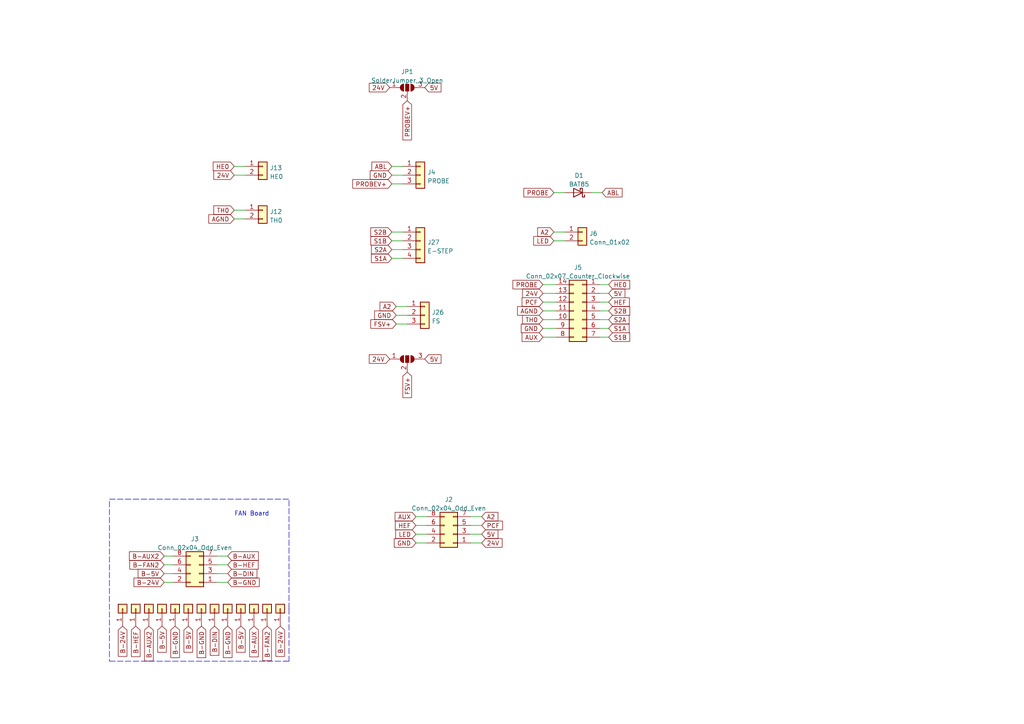
<source format=kicad_sch>
(kicad_sch (version 20211123) (generator eeschema)
  (paper "A4")
  (lib_symbols
    (symbol "Connector_Generic:Conn_01x01" (pin_names (offset 1.016) hide)
      (property "Reference" "J" (at 0 2.54 0))
      (property "Value" "Conn_01x01" (at 0 -2.54 0))
      (symbol "Conn_01x01_1_1"
        (rectangle (start -1.27 0.127) (end 0 -0.127) (stroke (width 0.1524)))
        (rectangle (start -1.27 1.27) (end 1.27 -1.27) (stroke (width 0.254)) (fill (type background)))
        (pin passive line (at -5.08 0 0) (length 3.81) (name "Pin_1") (number "1"))
      )
    )
    (symbol "Connector_Generic:Conn_01x02" (pin_names (offset 1.016) hide)
      (property "Reference" "J" (at 0 2.54 0))
      (property "Value" "Conn_01x02" (at 0 -5.08 0))
      (symbol "Conn_01x02_1_1"
        (rectangle (start -1.27 -2.413) (end 0 -2.667) (stroke (width 0.1524)))
        (rectangle (start -1.27 0.127) (end 0 -0.127) (stroke (width 0.1524)))
        (rectangle (start -1.27 1.27) (end 1.27 -3.81) (stroke (width 0.254)) (fill (type background)))
        (pin passive line (at -5.08 0 0) (length 3.81) (name "Pin_1") (number "1"))
        (pin passive line (at -5.08 -2.54 0) (length 3.81) (name "Pin_2") (number "2"))
      )
    )
    (symbol "Connector_Generic:Conn_01x03" (pin_names (offset 1.016) hide)
      (property "Reference" "J" (at 0 5.08 0))
      (property "Value" "Conn_01x03" (at 0 -5.08 0))
      (symbol "Conn_01x03_1_1"
        (rectangle (start -1.27 -2.413) (end 0 -2.667) (stroke (width 0.1524)))
        (rectangle (start -1.27 0.127) (end 0 -0.127) (stroke (width 0.1524)))
        (rectangle (start -1.27 2.667) (end 0 2.413) (stroke (width 0.1524)))
        (rectangle (start -1.27 3.81) (end 1.27 -3.81) (stroke (width 0.254)) (fill (type background)))
        (pin passive line (at -5.08 2.54 0) (length 3.81) (name "Pin_1") (number "1"))
        (pin passive line (at -5.08 0 0) (length 3.81) (name "Pin_2") (number "2"))
        (pin passive line (at -5.08 -2.54 0) (length 3.81) (name "Pin_3") (number "3"))
      )
    )
    (symbol "Connector_Generic:Conn_01x04" (pin_names (offset 1.016) hide)
      (property "Reference" "J" (at 0 5.08 0))
      (property "Value" "Conn_01x04" (at 0 -7.62 0))
      (symbol "Conn_01x04_1_1"
        (rectangle (start -1.27 -4.953) (end 0 -5.207) (stroke (width 0.1524)))
        (rectangle (start -1.27 -2.413) (end 0 -2.667) (stroke (width 0.1524)))
        (rectangle (start -1.27 0.127) (end 0 -0.127) (stroke (width 0.1524)))
        (rectangle (start -1.27 2.667) (end 0 2.413) (stroke (width 0.1524)))
        (rectangle (start -1.27 3.81) (end 1.27 -6.35) (stroke (width 0.254)) (fill (type background)))
        (pin passive line (at -5.08 2.54 0) (length 3.81) (name "Pin_1") (number "1"))
        (pin passive line (at -5.08 0 0) (length 3.81) (name "Pin_2") (number "2"))
        (pin passive line (at -5.08 -2.54 0) (length 3.81) (name "Pin_3") (number "3"))
        (pin passive line (at -5.08 -5.08 0) (length 3.81) (name "Pin_4") (number "4"))
      )
    )
    (symbol "Connector_Generic:Conn_02x04_Odd_Even" (pin_names (offset 1.016) hide)
      (property "Reference" "J" (at 1.27 5.08 0))
      (property "Value" "Conn_02x04_Odd_Even" (at 1.27 -7.62 0))
      (symbol "Conn_02x04_Odd_Even_1_1"
        (rectangle (start -1.27 -4.953) (end 0 -5.207) (stroke (width 0.1524)))
        (rectangle (start -1.27 -2.413) (end 0 -2.667) (stroke (width 0.1524)))
        (rectangle (start -1.27 0.127) (end 0 -0.127) (stroke (width 0.1524)))
        (rectangle (start -1.27 2.667) (end 0 2.413) (stroke (width 0.1524)))
        (rectangle (start -1.27 3.81) (end 3.81 -6.35) (stroke (width 0.254)) (fill (type background)))
        (rectangle (start 3.81 -4.953) (end 2.54 -5.207) (stroke (width 0.1524)))
        (rectangle (start 3.81 -2.413) (end 2.54 -2.667) (stroke (width 0.1524)))
        (rectangle (start 3.81 0.127) (end 2.54 -0.127) (stroke (width 0.1524)))
        (rectangle (start 3.81 2.667) (end 2.54 2.413) (stroke (width 0.1524)))
        (pin passive line (at -5.08 2.54 0) (length 3.81) (name "Pin_1") (number "1"))
        (pin passive line (at 7.62 2.54 180) (length 3.81) (name "Pin_2") (number "2"))
        (pin passive line (at -5.08 0 0) (length 3.81) (name "Pin_3") (number "3"))
        (pin passive line (at 7.62 0 180) (length 3.81) (name "Pin_4") (number "4"))
        (pin passive line (at -5.08 -2.54 0) (length 3.81) (name "Pin_5") (number "5"))
        (pin passive line (at 7.62 -2.54 180) (length 3.81) (name "Pin_6") (number "6"))
        (pin passive line (at -5.08 -5.08 0) (length 3.81) (name "Pin_7") (number "7"))
        (pin passive line (at 7.62 -5.08 180) (length 3.81) (name "Pin_8") (number "8"))
      )
    )
    (symbol "Connector_Generic:Conn_02x07_Counter_Clockwise" (pin_names (offset 1.016) hide)
      (property "Reference" "J" (at 1.27 10.16 0))
      (property "Value" "Conn_02x07_Counter_Clockwise" (at 1.27 -10.16 0))
      (symbol "Conn_02x07_Counter_Clockwise_1_1"
        (rectangle (start -1.27 -7.493) (end 0 -7.747) (stroke (width 0.1524)))
        (rectangle (start -1.27 -4.953) (end 0 -5.207) (stroke (width 0.1524)))
        (rectangle (start -1.27 -2.413) (end 0 -2.667) (stroke (width 0.1524)))
        (rectangle (start -1.27 0.127) (end 0 -0.127) (stroke (width 0.1524)))
        (rectangle (start -1.27 2.667) (end 0 2.413) (stroke (width 0.1524)))
        (rectangle (start -1.27 5.207) (end 0 4.953) (stroke (width 0.1524)))
        (rectangle (start -1.27 7.747) (end 0 7.493) (stroke (width 0.1524)))
        (rectangle (start -1.27 8.89) (end 3.81 -8.89) (stroke (width 0.254)) (fill (type background)))
        (rectangle (start 3.81 -7.493) (end 2.54 -7.747) (stroke (width 0.1524)))
        (rectangle (start 3.81 -4.953) (end 2.54 -5.207) (stroke (width 0.1524)))
        (rectangle (start 3.81 -2.413) (end 2.54 -2.667) (stroke (width 0.1524)))
        (rectangle (start 3.81 0.127) (end 2.54 -0.127) (stroke (width 0.1524)))
        (rectangle (start 3.81 2.667) (end 2.54 2.413) (stroke (width 0.1524)))
        (rectangle (start 3.81 5.207) (end 2.54 4.953) (stroke (width 0.1524)))
        (rectangle (start 3.81 7.747) (end 2.54 7.493) (stroke (width 0.1524)))
        (pin passive line (at -5.08 7.62 0) (length 3.81) (name "Pin_1") (number "1"))
        (pin passive line (at 7.62 -2.54 180) (length 3.81) (name "Pin_10") (number "10"))
        (pin passive line (at 7.62 0 180) (length 3.81) (name "Pin_11") (number "11"))
        (pin passive line (at 7.62 2.54 180) (length 3.81) (name "Pin_12") (number "12"))
        (pin passive line (at 7.62 5.08 180) (length 3.81) (name "Pin_13") (number "13"))
        (pin passive line (at 7.62 7.62 180) (length 3.81) (name "Pin_14") (number "14"))
        (pin passive line (at -5.08 5.08 0) (length 3.81) (name "Pin_2") (number "2"))
        (pin passive line (at -5.08 2.54 0) (length 3.81) (name "Pin_3") (number "3"))
        (pin passive line (at -5.08 0 0) (length 3.81) (name "Pin_4") (number "4"))
        (pin passive line (at -5.08 -2.54 0) (length 3.81) (name "Pin_5") (number "5"))
        (pin passive line (at -5.08 -5.08 0) (length 3.81) (name "Pin_6") (number "6"))
        (pin passive line (at -5.08 -7.62 0) (length 3.81) (name "Pin_7") (number "7"))
        (pin passive line (at 7.62 -7.62 180) (length 3.81) (name "Pin_8") (number "8"))
        (pin passive line (at 7.62 -5.08 180) (length 3.81) (name "Pin_9") (number "9"))
      )
    )
    (symbol "Diode:BAT85" (pin_numbers hide) (pin_names (offset 1.016) hide)
      (property "Reference" "D" (at 0 2.54 0))
      (property "Value" "BAT85" (at 0 -2.54 0))
      (symbol "BAT85_0_1"
        (polyline (pts (xy 1.27 0) (xy -1.27 0)))
        (polyline (pts (xy 1.27 1.27) (xy 1.27 -1.27) (xy -1.27 0) (xy 1.27 1.27)) (stroke (width 0.254)))
        (polyline (pts (xy -1.905 0.635) (xy -1.905 1.27) (xy -1.27 1.27) (xy -1.27 -1.27) (xy -0.635 -1.27) (xy -0.635 -0.635)) (stroke (width 0.254)))
      )
      (symbol "BAT85_1_1"
        (pin passive line (at -3.81 0 0) (length 2.54) (name "K") (number "1"))
        (pin passive line (at 3.81 0 180) (length 2.54) (name "A") (number "2"))
      )
    )
    (symbol "Jumper:SolderJumper_3_Open" (pin_names (offset 0) hide)
      (property "Reference" "JP" (at -2.54 -2.54 0))
      (property "Value" "SolderJumper_3_Open" (at 0 2.794 0))
      (symbol "SolderJumper_3_Open_0_1"
        (arc (start -1.016 1.016) (mid -2.032 0) (end -1.016 -1.016))
        (arc (start -1.016 1.016) (mid -2.032 0) (end -1.016 -1.016) (fill (type outline)))
        (rectangle (start -0.508 1.016) (end 0.508 -1.016) (fill (type outline)))
        (polyline (pts (xy -2.54 0) (xy -2.032 0)))
        (polyline (pts (xy -1.016 1.016) (xy -1.016 -1.016)))
        (polyline (pts (xy 0 -1.27) (xy 0 -1.016)))
        (polyline (pts (xy 1.016 1.016) (xy 1.016 -1.016)))
        (polyline (pts (xy 2.54 0) (xy 2.032 0)))
        (arc (start 1.016 -1.016) (mid 2.032 0) (end 1.016 1.016))
        (arc (start 1.016 -1.016) (mid 2.032 0) (end 1.016 1.016) (fill (type outline)))
      )
      (symbol "SolderJumper_3_Open_1_1"
        (pin passive line (at -5.08 0 0) (length 2.54) (name "A") (number "1"))
        (pin passive line (at 0 -3.81 90) (length 2.54) (name "C") (number "2"))
        (pin passive line (at 5.08 0 180) (length 2.54) (name "B") (number "3"))
      )
    )
  )
  (wire (pts (xy 120.65 149.86) (xy 123.825 149.86)))
  (wire (pts (xy 173.99 87.63) (xy 176.53 87.63)))
  (wire (pts (xy 136.525 157.48) (xy 139.7 157.48)))
  (wire (pts (xy 113.665 48.26) (xy 116.84 48.26)))
  (wire (pts (xy 157.48 82.55) (xy 161.29 82.55)))
  (wire (pts (xy 62.865 161.29) (xy 66.04 161.29)))
  (wire (pts (xy 47.625 161.29) (xy 50.165 161.29)))
  (wire (pts (xy 173.99 97.79) (xy 176.53 97.79)))
  (wire (pts (xy 113.665 72.39) (xy 116.84 72.39)))
  (wire (pts (xy 173.99 90.17) (xy 176.53 90.17)))
  (wire (pts (xy 120.65 154.94) (xy 123.825 154.94)))
  (wire (pts (xy 157.48 87.63) (xy 161.29 87.63)))
  (wire (pts (xy 173.99 95.25) (xy 176.53 95.25)))
  (polyline (pts (xy 31.75 191.77) (xy 83.185 191.77)))
  (wire (pts (xy 160.655 69.85) (xy 163.83 69.85)))
  (wire (pts (xy 113.665 53.34) (xy 116.84 53.34)))
  (wire (pts (xy 157.48 92.71) (xy 161.29 92.71)))
  (wire (pts (xy 157.48 90.17) (xy 161.29 90.17)))
  (wire (pts (xy 47.625 163.83) (xy 50.165 163.83)))
  (wire (pts (xy 67.945 63.5) (xy 71.12 63.5)))
  (wire (pts (xy 113.665 50.8) (xy 116.84 50.8)))
  (wire (pts (xy 62.865 163.83) (xy 66.04 163.83)))
  (wire (pts (xy 173.99 85.09) (xy 176.53 85.09)))
  (wire (pts (xy 114.935 93.98) (xy 118.11 93.98)))
  (wire (pts (xy 113.665 67.31) (xy 116.84 67.31)))
  (wire (pts (xy 47.625 168.91) (xy 50.165 168.91)))
  (wire (pts (xy 47.625 166.37) (xy 50.165 166.37)))
  (polyline (pts (xy 31.75 145.415) (xy 31.75 191.77)))
  (polyline (pts (xy 31.75 144.78) (xy 83.82 144.78)))
  (wire (pts (xy 113.665 69.85) (xy 116.84 69.85)))
  (polyline (pts (xy 83.82 176.53) (xy 83.82 144.78)))
  (wire (pts (xy 136.525 152.4) (xy 139.7 152.4)))
  (wire (pts (xy 173.99 82.55) (xy 176.53 82.55)))
  (wire (pts (xy 67.945 48.26) (xy 71.12 48.26)))
  (wire (pts (xy 114.935 91.44) (xy 118.11 91.44)))
  (wire (pts (xy 67.945 60.96) (xy 71.12 60.96)))
  (wire (pts (xy 160.655 67.31) (xy 163.83 67.31)))
  (wire (pts (xy 171.45 55.88) (xy 174.625 55.88)))
  (wire (pts (xy 62.865 168.91) (xy 66.04 168.91)))
  (wire (pts (xy 160.655 55.88) (xy 163.83 55.88)))
  (wire (pts (xy 113.665 74.93) (xy 116.84 74.93)))
  (wire (pts (xy 67.945 50.8) (xy 71.12 50.8)))
  (polyline (pts (xy 83.82 176.53) (xy 83.82 191.77)))
  (wire (pts (xy 136.525 149.86) (xy 139.7 149.86)))
  (wire (pts (xy 120.65 152.4) (xy 123.825 152.4)))
  (wire (pts (xy 120.65 157.48) (xy 123.825 157.48)))
  (wire (pts (xy 62.865 166.37) (xy 66.04 166.37)))
  (wire (pts (xy 173.99 92.71) (xy 176.53 92.71)))
  (wire (pts (xy 136.525 154.94) (xy 139.7 154.94)))
  (polyline (pts (xy 82.55 191.77) (xy 83.82 191.77)))
  (wire (pts (xy 114.935 88.9) (xy 118.11 88.9)))
  (wire (pts (xy 157.48 97.79) (xy 161.29 97.79)))
  (wire (pts (xy 157.48 85.09) (xy 161.29 85.09)))
  (wire (pts (xy 157.48 95.25) (xy 161.29 95.25)))
  (text "FAN Board" (at 67.945 149.86 0) (effects (font (size 1.27 1.27)) (justify left bottom)))
  (global_label "S1B" (shape input) (at 113.665 69.85 180) (property "Intersheet References" "${INTERSHEET_REFS}" (effects hide)))
  (global_label "HE0" (shape input) (at 67.945 48.26 180) (property "Intersheet References" "${INTERSHEET_REFS}" (effects hide)))
  (global_label "S2A" (shape input) (at 113.665 72.39 180) (property "Intersheet References" "${INTERSHEET_REFS}" (effects hide)))
  (global_label "PROBEV+" (shape input) (at 113.665 53.34 180) (property "Intersheet References" "${INTERSHEET_REFS}" (effects hide)))
  (global_label "TH0" (shape input) (at 157.48 92.71 180) (property "Intersheet References" "${INTERSHEET_REFS}" (effects hide)))
  (global_label "HE0" (shape input) (at 176.53 82.55 0) (property "Intersheet References" "${INTERSHEET_REFS}" (effects hide)))
  (global_label "B-5V" (shape input) (at 54.61 181.61 270) (property "Intersheet References" "${INTERSHEET_REFS}" (effects hide)))
  (global_label "S1A" (shape input) (at 113.665 74.93 180) (property "Intersheet References" "${INTERSHEET_REFS}" (effects hide)))
  (global_label "B-FAN2" (shape input) (at 47.625 163.83 180) (property "Intersheet References" "${INTERSHEET_REFS}" (effects hide)))
  (global_label "B-FAN2" (shape input) (at 77.47 181.61 270) (property "Intersheet References" "${INTERSHEET_REFS}" (effects hide)))
  (global_label "PCF" (shape input) (at 157.48 87.63 180) (property "Intersheet References" "${INTERSHEET_REFS}" (effects hide)))
  (global_label "HEF" (shape input) (at 120.65 152.4 180) (property "Intersheet References" "${INTERSHEET_REFS}" (effects hide)))
  (global_label "FSV+" (shape input) (at 114.935 93.98 180) (property "Intersheet References" "${INTERSHEET_REFS}" (effects hide)))
  (global_label "B-AUX" (shape input) (at 66.04 161.29 0) (property "Intersheet References" "${INTERSHEET_REFS}" (effects hide)))
  (global_label "ABL" (shape input) (at 113.665 48.26 180) (property "Intersheet References" "${INTERSHEET_REFS}" (effects hide)))
  (global_label "FSV+" (shape input) (at 118.11 107.95 270) (property "Intersheet References" "${INTERSHEET_REFS}" (effects hide)))
  (global_label "B-AUX2" (shape input) (at 47.625 161.29 180) (property "Intersheet References" "${INTERSHEET_REFS}" (effects hide)))
  (global_label "S2A" (shape input) (at 176.53 92.71 0) (property "Intersheet References" "${INTERSHEET_REFS}" (effects hide)))
  (global_label "B-24V" (shape input) (at 35.56 181.61 270) (property "Intersheet References" "${INTERSHEET_REFS}" (effects hide)))
  (global_label "B-5V" (shape input) (at 46.99 181.61 270) (property "Intersheet References" "${INTERSHEET_REFS}" (effects hide)))
  (global_label "5V" (shape input) (at 139.7 154.94 0) (property "Intersheet References" "${INTERSHEET_REFS}" (effects hide)))
  (global_label "B-24V" (shape input) (at 81.28 181.61 270) (property "Intersheet References" "${INTERSHEET_REFS}" (effects hide)))
  (global_label "24V" (shape input) (at 113.03 104.14 180) (property "Intersheet References" "${INTERSHEET_REFS}" (effects hide)))
  (global_label "PROBE" (shape input) (at 160.655 55.88 180) (property "Intersheet References" "${INTERSHEET_REFS}" (effects hide)))
  (global_label "AUX" (shape input) (at 120.65 149.86 180) (property "Intersheet References" "${INTERSHEET_REFS}" (effects hide)))
  (global_label "HEF" (shape input) (at 176.53 87.63 0) (property "Intersheet References" "${INTERSHEET_REFS}" (effects hide)))
  (global_label "A2" (shape input) (at 139.7 149.86 0) (property "Intersheet References" "${INTERSHEET_REFS}" (effects hide)))
  (global_label "S1A" (shape input) (at 176.53 95.25 0) (property "Intersheet References" "${INTERSHEET_REFS}" (effects hide)))
  (global_label "B-GND" (shape input) (at 66.04 181.61 270) (property "Intersheet References" "${INTERSHEET_REFS}" (effects hide)))
  (global_label "GND" (shape input) (at 120.65 157.48 180) (property "Intersheet References" "${INTERSHEET_REFS}" (effects hide)))
  (global_label "ABL" (shape input) (at 174.625 55.88 0) (property "Intersheet References" "${INTERSHEET_REFS}" (effects hide)))
  (global_label "S1B" (shape input) (at 176.53 97.79 0) (property "Intersheet References" "${INTERSHEET_REFS}" (effects hide)))
  (global_label "24V" (shape input) (at 67.945 50.8 180) (property "Intersheet References" "${INTERSHEET_REFS}" (effects hide)))
  (global_label "AGND" (shape input) (at 67.945 63.5 180) (property "Intersheet References" "${INTERSHEET_REFS}" (effects hide)))
  (global_label "TH0" (shape input) (at 67.945 60.96 180) (property "Intersheet References" "${INTERSHEET_REFS}" (effects hide)))
  (global_label "S2B" (shape input) (at 176.53 90.17 0) (property "Intersheet References" "${INTERSHEET_REFS}" (effects hide)))
  (global_label "24V" (shape input) (at 157.48 85.09 180) (property "Intersheet References" "${INTERSHEET_REFS}" (effects hide)))
  (global_label "B-5V" (shape input) (at 47.625 166.37 180) (property "Intersheet References" "${INTERSHEET_REFS}" (effects hide)))
  (global_label "5V" (shape input) (at 123.19 104.14 0) (property "Intersheet References" "${INTERSHEET_REFS}" (effects hide)))
  (global_label "B-GND" (shape input) (at 66.04 168.91 0) (property "Intersheet References" "${INTERSHEET_REFS}" (effects hide)))
  (global_label "PROBE" (shape input) (at 157.48 82.55 180) (property "Intersheet References" "${INTERSHEET_REFS}" (effects hide)))
  (global_label "B-GND" (shape input) (at 58.42 181.61 270) (property "Intersheet References" "${INTERSHEET_REFS}" (effects hide)))
  (global_label "24V" (shape input) (at 113.03 25.4 180) (property "Intersheet References" "${INTERSHEET_REFS}" (effects hide)))
  (global_label "5V" (shape input) (at 176.53 85.09 0) (property "Intersheet References" "${INTERSHEET_REFS}" (effects hide)))
  (global_label "B-GND" (shape input) (at 50.8 181.61 270) (property "Intersheet References" "${INTERSHEET_REFS}" (effects hide)))
  (global_label "GND" (shape input) (at 157.48 95.25 180) (property "Intersheet References" "${INTERSHEET_REFS}" (effects hide)))
  (global_label "PROBEV+" (shape input) (at 118.11 29.21 270) (property "Intersheet References" "${INTERSHEET_REFS}" (effects hide)))
  (global_label "S2B" (shape input) (at 113.665 67.31 180) (property "Intersheet References" "${INTERSHEET_REFS}" (effects hide)))
  (global_label "B-HEF" (shape input) (at 66.04 163.83 0) (property "Intersheet References" "${INTERSHEET_REFS}" (effects hide)))
  (global_label "B-AUX2" (shape input) (at 43.18 181.61 270) (property "Intersheet References" "${INTERSHEET_REFS}" (effects hide)))
  (global_label "B-24V" (shape input) (at 47.625 168.91 180) (property "Intersheet References" "${INTERSHEET_REFS}" (effects hide)))
  (global_label "B-AUX" (shape input) (at 73.66 181.61 270) (property "Intersheet References" "${INTERSHEET_REFS}" (effects hide)))
  (global_label "LED" (shape input) (at 160.655 69.85 180) (property "Intersheet References" "${INTERSHEET_REFS}" (effects hide)))
  (global_label "5V" (shape input) (at 123.19 25.4 0) (property "Intersheet References" "${INTERSHEET_REFS}" (effects hide)))
  (global_label "A2" (shape input) (at 160.655 67.31 180) (property "Intersheet References" "${INTERSHEET_REFS}" (effects hide)))
  (global_label "AUX" (shape input) (at 157.48 97.79 180) (property "Intersheet References" "${INTERSHEET_REFS}" (effects hide)))
  (global_label "24V" (shape input) (at 139.7 157.48 0) (property "Intersheet References" "${INTERSHEET_REFS}" (effects hide)))
  (global_label "LED" (shape input) (at 120.65 154.94 180) (property "Intersheet References" "${INTERSHEET_REFS}" (effects hide)))
  (global_label "B-HEF" (shape input) (at 39.37 181.61 270) (property "Intersheet References" "${INTERSHEET_REFS}" (effects hide)))
  (global_label "B-5V" (shape input) (at 69.85 181.61 270) (property "Intersheet References" "${INTERSHEET_REFS}" (effects hide)))
  (global_label "GND" (shape input) (at 113.665 50.8 180) (property "Intersheet References" "${INTERSHEET_REFS}" (effects hide)))
  (global_label "PCF" (shape input) (at 139.7 152.4 0) (property "Intersheet References" "${INTERSHEET_REFS}" (effects hide)))
  (global_label "B-DIN" (shape input) (at 66.04 166.37 0) (property "Intersheet References" "${INTERSHEET_REFS}" (effects hide)))
  (global_label "AGND" (shape input) (at 157.48 90.17 180) (property "Intersheet References" "${INTERSHEET_REFS}" (effects hide)))
  (global_label "A2" (shape input) (at 114.935 88.9 180) (property "Intersheet References" "${INTERSHEET_REFS}" (effects hide)))
  (global_label "GND" (shape input) (at 114.935 91.44 180) (property "Intersheet References" "${INTERSHEET_REFS}" (effects hide)))
  (global_label "B-DIN" (shape input) (at 62.23 181.61 270) (property "Intersheet References" "${INTERSHEET_REFS}" (effects hide)))
  (symbol (lib_id "Connector_Generic:Conn_01x01") (at 62.23 176.53 90) (unit 1)
    (property "Reference" "J207" (effects hide))
    (property "Value" "Conn_01x01" (effects hide))
    (property "Footprint" "Connector_PinHeader_1.00mm:PinHeader_1x01_P1.00mm_Vertical_SMD" (effects hide))
  )
  (symbol (lib_id "Jumper:SolderJumper_3_Open") (at 118.11 104.14 0) (unit 1)
    (property "Reference" "JP2" (effects hide))
    (property "Value" "SolderJumper_3_Open" (effects hide))
    (property "Footprint" "Jumper:SolderJumper-3_P1.3mm_Open_RoundedPad1.0x1.5mm" (effects hide))
  )
  (symbol (lib_id "Connector_Generic:Conn_01x01") (at 54.61 176.53 90) (unit 1)
    (property "Reference" "J205" (effects hide))
    (property "Value" "Conn_01x01" (effects hide))
    (property "Footprint" "Connector_PinHeader_1.00mm:PinHeader_1x01_P1.00mm_Vertical_SMD" (effects hide))
  )
  (symbol (lib_id "Connector_Generic:Conn_01x03") (at 121.92 50.8 0) (unit 1)
    (property "Reference" "J4" (at 123.952 49.9653 0) (effects (justify left)))
    (property "Value" "PROBE" (at 123.952 52.5022 0) (effects (justify left)))
    (property "Footprint" "StealthBurner PCB:JST-PH-3P" (effects hide))
  )
  (symbol (lib_id "Connector_Generic:Conn_01x01") (at 81.28 176.53 90) (unit 1)
    (property "Reference" "J212" (effects hide))
    (property "Value" "Conn_01x01" (effects hide))
    (property "Footprint" "Connector_PinHeader_1.00mm:PinHeader_1x01_P1.00mm_Vertical_SMD" (effects hide))
  )
  (symbol (lib_id "Connector_Generic:Conn_02x04_Odd_Even") (at 57.785 166.37 180) (unit 1)
    (property "Reference" "J3" (at 56.515 156.3202 0))
    (property "Value" "Conn_02x04_Odd_Even" (at 56.515 158.8571 0))
    (property "Footprint" "StealthBurner PCB:HDR-M-2.54_2X4" (effects hide))
  )
  (symbol (lib_id "Connector_Generic:Conn_01x01") (at 69.85 176.53 90) (unit 1)
    (property "Reference" "J209" (effects hide))
    (property "Value" "Conn_01x01" (effects hide))
    (property "Footprint" "Connector_PinHeader_1.00mm:PinHeader_1x01_P1.00mm_Vertical_SMD" (effects hide))
  )
  (symbol (lib_id "Jumper:SolderJumper_3_Open") (at 118.11 25.4 0) (unit 1)
    (property "Reference" "JP1" (at 118.11 20.8112 0))
    (property "Value" "SolderJumper_3_Open" (at 118.11 23.3481 0))
    (property "Footprint" "Jumper:SolderJumper-3_P1.3mm_Open_RoundedPad1.0x1.5mm" (effects hide))
  )
  (symbol (lib_id "Connector_Generic:Conn_01x01") (at 46.99 176.53 90) (unit 1)
    (property "Reference" "J203" (effects hide))
    (property "Value" "Conn_01x01" (effects hide))
    (property "Footprint" "Connector_PinHeader_1.00mm:PinHeader_1x01_P1.00mm_Vertical_SMD" (effects hide))
  )
  (symbol (lib_id "Connector_Generic:Conn_01x01") (at 73.66 176.53 90) (unit 1)
    (property "Reference" "J210" (effects hide))
    (property "Value" "Conn_01x01" (effects hide))
    (property "Footprint" "Connector_PinHeader_1.00mm:PinHeader_1x01_P1.00mm_Vertical_SMD" (effects hide))
  )
  (symbol (lib_id "Connector_Generic:Conn_01x01") (at 39.37 176.53 90) (unit 1)
    (property "Reference" "J201" (effects hide))
    (property "Value" "Conn_01x01" (effects hide))
    (property "Footprint" "Connector_PinHeader_1.00mm:PinHeader_1x01_P1.00mm_Vertical_SMD" (effects hide))
  )
  (symbol (lib_id "Connector_Generic:Conn_01x01") (at 50.8 176.53 90) (unit 1)
    (property "Reference" "J204" (effects hide))
    (property "Value" "Conn_01x01" (effects hide))
    (property "Footprint" "Connector_PinHeader_1.00mm:PinHeader_1x01_P1.00mm_Vertical_SMD" (effects hide))
  )
  (symbol (lib_id "Connector_Generic:Conn_01x01") (at 77.47 176.53 90) (unit 1)
    (property "Reference" "J211" (effects hide))
    (property "Value" "Conn_01x01" (effects hide))
    (property "Footprint" "Connector_PinHeader_1.00mm:PinHeader_1x01_P1.00mm_Vertical_SMD" (effects hide))
  )
  (symbol (lib_id "Diode:BAT85") (at 167.64 55.88 180) (unit 1)
    (property "Reference" "D1" (at 167.9575 50.9102 0))
    (property "Value" "BAT85" (at 167.9575 53.4471 0))
    (property "Footprint" "Diode_THT:D_DO-35_SOD27_P7.62mm_Horizontal" (effects hide))
    (property "Datasheet" "https://assets.nexperia.com/documents/data-sheet/BAT85.pdf" (effects hide))
  )
  (symbol (lib_id "Connector_Generic:Conn_01x02") (at 168.91 67.31 0) (unit 1)
    (property "Reference" "J6" (at 170.942 67.7453 0) (effects (justify left)))
    (property "Value" "Conn_01x02" (at 170.942 70.2822 0) (effects (justify left)))
    (property "Footprint" "Connector_Molex:Molex_Micro-Fit_3.0_43045-0200_2x01_P3.00mm_Horizontal" (effects hide))
  )
  (symbol (lib_id "Connector_Generic:Conn_01x01") (at 58.42 176.53 90) (unit 1)
    (property "Reference" "J206" (effects hide))
    (property "Value" "Conn_01x01" (effects hide))
    (property "Footprint" "Connector_PinHeader_1.00mm:PinHeader_1x01_P1.00mm_Vertical_SMD" (effects hide))
  )
  (symbol (lib_id "Connector_Generic:Conn_01x02") (at 76.2 48.26 0) (unit 1)
    (property "Reference" "J13" (at 78.232 48.6953 0) (effects (justify left)))
    (property "Value" "HE0" (at 78.232 51.2322 0) (effects (justify left)))
    (property "Footprint" "StealthBurner PCB:436500200_SB" (effects hide))
  )
  (symbol (lib_id "Connector_Generic:Conn_01x01") (at 35.56 176.53 90) (unit 1)
    (property "Reference" "J200" (effects hide))
    (property "Value" "Conn_01x01" (effects hide))
    (property "Footprint" "Connector_PinHeader_1.00mm:PinHeader_1x01_P1.00mm_Vertical_SMD" (effects hide))
  )
  (symbol (lib_id "Connector_Generic:Conn_01x04") (at 121.92 69.85 0) (unit 1)
    (property "Reference" "J27" (at 123.952 70.2853 0) (effects (justify left)))
    (property "Value" "E-STEP" (at 123.952 72.8222 0) (effects (justify left)))
    (property "Footprint" "StealthBurner PCB:JST-PH-4P" (effects hide))
  )
  (symbol (lib_id "Connector_Generic:Conn_02x04_Odd_Even") (at 131.445 154.94 180) (unit 1)
    (property "Reference" "J2" (at 130.175 144.8902 0))
    (property "Value" "Conn_02x04_Odd_Even" (at 130.175 147.4271 0))
    (property "Footprint" "StealthBurner PCB:HDR-M-2.54_2X4" (effects hide))
  )
  (symbol (lib_id "Connector_Generic:Conn_01x03") (at 123.19 91.44 0) (unit 1)
    (property "Reference" "J26" (at 125.222 90.6053 0) (effects (justify left)))
    (property "Value" "FS" (at 125.222 93.1422 0) (effects (justify left)))
    (property "Footprint" "StealthBurner PCB:JST-PH-3P" (effects hide))
  )
  (symbol (lib_id "Connector_Generic:Conn_01x01") (at 43.18 176.53 90) (unit 1)
    (property "Reference" "J202" (effects hide))
    (property "Value" "Conn_01x01" (effects hide))
    (property "Footprint" "Connector_PinHeader_1.00mm:PinHeader_1x01_P1.00mm_Vertical_SMD" (effects hide))
  )
  (symbol (lib_id "Connector_Generic:Conn_02x07_Counter_Clockwise") (at 168.91 90.17 0) (mirror y) (unit 1)
    (property "Reference" "J5" (at 167.64 77.5802 0))
    (property "Value" "Conn_02x07_Counter_Clockwise" (at 167.64 80.1171 0))
    (property "Footprint" "StealthBurner PCB:MICRO14" (effects hide))
  )
  (symbol (lib_id "Connector_Generic:Conn_01x02") (at 76.2 60.96 0) (unit 1)
    (property "Reference" "J12" (at 78.232 61.3953 0) (effects (justify left)))
    (property "Value" "TH0" (at 78.232 63.9322 0) (effects (justify left)))
    (property "Footprint" "StealthBurner PCB:436500200_SB" (effects hide))
  )
  (symbol (lib_id "Connector_Generic:Conn_01x01") (at 66.04 176.53 90) (unit 1)
    (property "Reference" "J208" (effects hide))
    (property "Value" "Conn_01x01" (effects hide))
    (property "Footprint" "Connector_PinHeader_1.00mm:PinHeader_1x01_P1.00mm_Vertical_SMD" (effects hide))
  )
)
</source>
